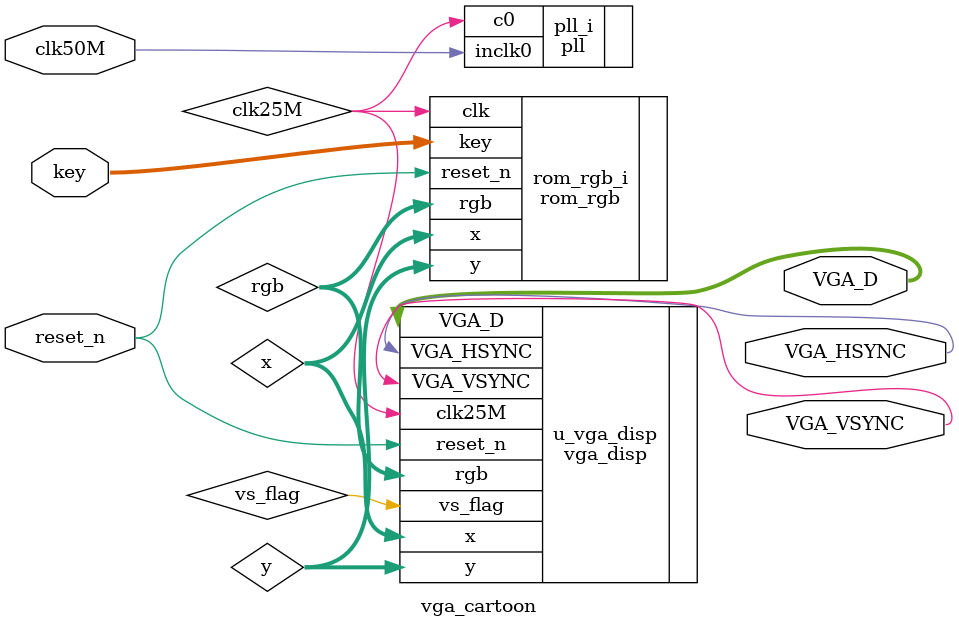
<source format=v>
module vga_cartoon
(
	input		clk50M,
	input		reset_n,
	input [1:0] key,
    
	output	VGA_HSYNC,
	output 	VGA_VSYNC,

	output [11:0]  VGA_D
);

wire 		clk25M;
wire 		vs_flag;
wire 		orientation; 
wire [8:0]  position;
wire [2:0]  action;  
wire [10:0]	x;
wire [10:0]	y; 
wire [11:0] rgb;
 
pll pll_i(
	.inclk0	(clk50M),
	.c0	(clk25M)
);

rom_rgb rom_rgb_i(
	.clk		(clk25M),
	.reset_n	(reset_n),
	.x			(x),
	.y			(y),

	.rgb		(rgb),
    .key         (key)
);

/*cartoon_ctr cartoon_ctr_i(
	.clk		(clk25M),
	.reset_n	(reset_n),
	.key		(key),
	.vs_flag	(vs_flag),
	.orientation(orientation),  
	.position	(position),
	.action		(action)  
);*/

vga_disp u_vga_disp(
	.clk25M 	(clk25M),
	.reset_n	(reset_n),
	.rgb		(rgb),
	
	.VGA_HSYNC	(VGA_HSYNC),
	.VGA_VSYNC	(VGA_VSYNC),
	.vs_flag	(vs_flag),
	
	.x			(x),
	.y			(y),
	.VGA_D		(VGA_D)
);

endmodule



</source>
